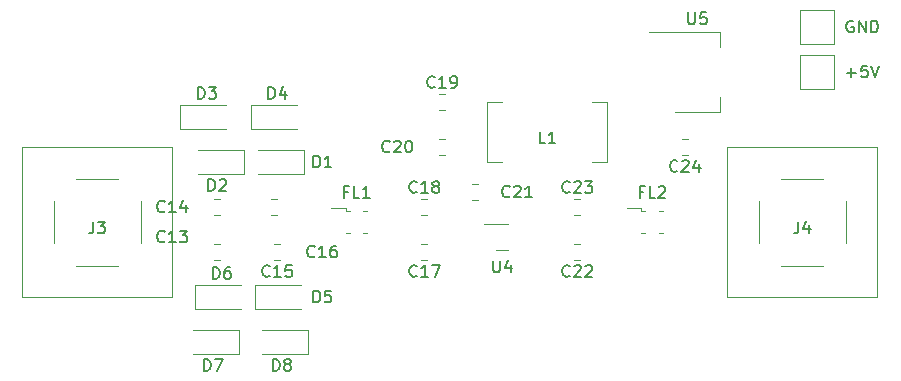
<source format=gbr>
G04 #@! TF.GenerationSoftware,KiCad,Pcbnew,5.1.5-52549c5~84~ubuntu18.04.1*
G04 #@! TF.CreationDate,2020-02-07T09:47:04+09:30*
G04 #@! TF.ProjectId,frontend,66726f6e-7465-46e6-942e-6b696361645f,rev?*
G04 #@! TF.SameCoordinates,Original*
G04 #@! TF.FileFunction,Legend,Top*
G04 #@! TF.FilePolarity,Positive*
%FSLAX46Y46*%
G04 Gerber Fmt 4.6, Leading zero omitted, Abs format (unit mm)*
G04 Created by KiCad (PCBNEW 5.1.5-52549c5~84~ubuntu18.04.1) date 2020-02-07 09:47:04*
%MOMM*%
%LPD*%
G04 APERTURE LIST*
%ADD10C,0.120000*%
%ADD11C,0.150000*%
G04 APERTURE END LIST*
D10*
X226190000Y-126470000D02*
X226190000Y-130070000D01*
X228070000Y-124590000D02*
X231670000Y-124590000D01*
X233550000Y-126470000D02*
X233550000Y-130070000D01*
X228070000Y-131950000D02*
X231670000Y-131950000D01*
X233680000Y-121920000D02*
X236220000Y-121920000D01*
X236220000Y-121920000D02*
X236220000Y-124460000D01*
X223520000Y-124460000D02*
X223520000Y-121920000D01*
X223520000Y-121920000D02*
X226060000Y-121920000D01*
X226060000Y-121920000D02*
X233680000Y-121920000D01*
X236220000Y-124460000D02*
X236220000Y-134620000D01*
X236220000Y-134620000D02*
X223520000Y-134620000D01*
X223520000Y-134620000D02*
X223520000Y-124460000D01*
X182210000Y-139430000D02*
X178310000Y-139430000D01*
X182210000Y-137430000D02*
X178310000Y-137430000D01*
X182210000Y-139430000D02*
X182210000Y-137430000D01*
X180601252Y-126290000D02*
X180078748Y-126290000D01*
X180601252Y-127710000D02*
X180078748Y-127710000D01*
X203200000Y-123190000D02*
X204470000Y-123190000D01*
X203200000Y-118110000D02*
X203200000Y-123190000D01*
X204470000Y-118110000D02*
X203200000Y-118110000D01*
X203200000Y-118110000D02*
X204470000Y-118110000D01*
X213360000Y-118110000D02*
X212090000Y-118110000D01*
X213360000Y-123190000D02*
X212090000Y-123190000D01*
X213360000Y-118110000D02*
X213360000Y-123190000D01*
X229690000Y-113210000D02*
X229690000Y-110310000D01*
X232590000Y-113210000D02*
X229690000Y-113210000D01*
X232590000Y-110310000D02*
X232590000Y-113210000D01*
X229690000Y-110310000D02*
X232590000Y-110310000D01*
X210558748Y-127710000D02*
X211081252Y-127710000D01*
X210558748Y-126290000D02*
X211081252Y-126290000D01*
X191215000Y-127110000D02*
X189985000Y-127110000D01*
X191215000Y-127360000D02*
X191215000Y-127110000D01*
X191215000Y-129180000D02*
X191555000Y-129180000D01*
X191215000Y-127360000D02*
X191555000Y-127360000D01*
X192695000Y-129180000D02*
X193035000Y-129180000D01*
X192695000Y-127360000D02*
X193035000Y-127360000D01*
X202436252Y-125020000D02*
X201913748Y-125020000D01*
X202436252Y-126440000D02*
X201913748Y-126440000D01*
X220216252Y-121210000D02*
X219693748Y-121210000D01*
X220216252Y-122630000D02*
X219693748Y-122630000D01*
X216880000Y-112160000D02*
X222890000Y-112160000D01*
X219130000Y-118980000D02*
X222890000Y-118980000D01*
X222890000Y-112160000D02*
X222890000Y-113420000D01*
X222890000Y-118980000D02*
X222890000Y-117720000D01*
X199651252Y-121210000D02*
X199128748Y-121210000D01*
X199651252Y-122630000D02*
X199128748Y-122630000D01*
X182590000Y-124190000D02*
X178690000Y-124190000D01*
X182590000Y-122190000D02*
X178690000Y-122190000D01*
X182590000Y-124190000D02*
X182590000Y-122190000D01*
X163830000Y-134620000D02*
X163830000Y-124460000D01*
X176530000Y-134620000D02*
X163830000Y-134620000D01*
X176530000Y-124460000D02*
X176530000Y-134620000D01*
X166370000Y-121920000D02*
X173990000Y-121920000D01*
X163830000Y-121920000D02*
X166370000Y-121920000D01*
X163830000Y-124460000D02*
X163830000Y-121920000D01*
X176530000Y-121920000D02*
X176530000Y-124460000D01*
X173990000Y-121920000D02*
X176530000Y-121920000D01*
X168380000Y-131950000D02*
X171980000Y-131950000D01*
X173860000Y-126470000D02*
X173860000Y-130070000D01*
X168380000Y-124590000D02*
X171980000Y-124590000D01*
X166500000Y-126470000D02*
X166500000Y-130070000D01*
X216260000Y-127110000D02*
X215030000Y-127110000D01*
X216260000Y-127360000D02*
X216260000Y-127110000D01*
X216260000Y-129180000D02*
X216600000Y-129180000D01*
X216260000Y-127360000D02*
X216600000Y-127360000D01*
X217740000Y-129180000D02*
X218080000Y-129180000D01*
X217740000Y-127360000D02*
X218080000Y-127360000D01*
X185681252Y-130100000D02*
X185158748Y-130100000D01*
X185681252Y-131520000D02*
X185158748Y-131520000D01*
X180078748Y-131520000D02*
X180601252Y-131520000D01*
X180078748Y-130100000D02*
X180601252Y-130100000D01*
X177200000Y-118380000D02*
X181100000Y-118380000D01*
X177200000Y-120380000D02*
X181100000Y-120380000D01*
X177200000Y-118380000D02*
X177200000Y-120380000D01*
X199128748Y-118820000D02*
X199651252Y-118820000D01*
X199128748Y-117400000D02*
X199651252Y-117400000D01*
X184913748Y-127710000D02*
X185436252Y-127710000D01*
X184913748Y-126290000D02*
X185436252Y-126290000D01*
X211081252Y-130100000D02*
X210558748Y-130100000D01*
X211081252Y-131520000D02*
X210558748Y-131520000D01*
X183550000Y-133620000D02*
X187450000Y-133620000D01*
X183550000Y-135620000D02*
X187450000Y-135620000D01*
X183550000Y-133620000D02*
X183550000Y-135620000D01*
X229690000Y-117020000D02*
X229690000Y-114120000D01*
X232590000Y-117020000D02*
X229690000Y-117020000D01*
X232590000Y-114120000D02*
X232590000Y-117020000D01*
X229690000Y-114120000D02*
X232590000Y-114120000D01*
X178470000Y-133620000D02*
X182370000Y-133620000D01*
X178470000Y-135620000D02*
X182370000Y-135620000D01*
X178470000Y-133620000D02*
X178470000Y-135620000D01*
X197613748Y-127710000D02*
X198136252Y-127710000D01*
X197613748Y-126290000D02*
X198136252Y-126290000D01*
X198136252Y-130100000D02*
X197613748Y-130100000D01*
X198136252Y-131520000D02*
X197613748Y-131520000D01*
X187670000Y-124190000D02*
X183770000Y-124190000D01*
X187670000Y-122190000D02*
X183770000Y-122190000D01*
X187670000Y-124190000D02*
X187670000Y-122190000D01*
X188050000Y-139430000D02*
X184150000Y-139430000D01*
X188050000Y-137430000D02*
X184150000Y-137430000D01*
X188050000Y-139430000D02*
X188050000Y-137430000D01*
X202970000Y-128420000D02*
X204970000Y-128420000D01*
X204970000Y-130660000D02*
X203970000Y-130660000D01*
X183170000Y-118380000D02*
X187070000Y-118380000D01*
X183170000Y-120380000D02*
X187070000Y-120380000D01*
X183170000Y-118380000D02*
X183170000Y-120380000D01*
D11*
X229536666Y-128222380D02*
X229536666Y-128936666D01*
X229489047Y-129079523D01*
X229393809Y-129174761D01*
X229250952Y-129222380D01*
X229155714Y-129222380D01*
X230441428Y-128555714D02*
X230441428Y-129222380D01*
X230203333Y-128174761D02*
X229965238Y-128889047D01*
X230584285Y-128889047D01*
X179221904Y-140882380D02*
X179221904Y-139882380D01*
X179460000Y-139882380D01*
X179602857Y-139930000D01*
X179698095Y-140025238D01*
X179745714Y-140120476D01*
X179793333Y-140310952D01*
X179793333Y-140453809D01*
X179745714Y-140644285D01*
X179698095Y-140739523D01*
X179602857Y-140834761D01*
X179460000Y-140882380D01*
X179221904Y-140882380D01*
X180126666Y-139882380D02*
X180793333Y-139882380D01*
X180364761Y-140882380D01*
X175887142Y-127357142D02*
X175839523Y-127404761D01*
X175696666Y-127452380D01*
X175601428Y-127452380D01*
X175458571Y-127404761D01*
X175363333Y-127309523D01*
X175315714Y-127214285D01*
X175268095Y-127023809D01*
X175268095Y-126880952D01*
X175315714Y-126690476D01*
X175363333Y-126595238D01*
X175458571Y-126500000D01*
X175601428Y-126452380D01*
X175696666Y-126452380D01*
X175839523Y-126500000D01*
X175887142Y-126547619D01*
X176839523Y-127452380D02*
X176268095Y-127452380D01*
X176553809Y-127452380D02*
X176553809Y-126452380D01*
X176458571Y-126595238D01*
X176363333Y-126690476D01*
X176268095Y-126738095D01*
X177696666Y-126785714D02*
X177696666Y-127452380D01*
X177458571Y-126404761D02*
X177220476Y-127119047D01*
X177839523Y-127119047D01*
X208113333Y-121602380D02*
X207637142Y-121602380D01*
X207637142Y-120602380D01*
X208970476Y-121602380D02*
X208399047Y-121602380D01*
X208684761Y-121602380D02*
X208684761Y-120602380D01*
X208589523Y-120745238D01*
X208494285Y-120840476D01*
X208399047Y-120888095D01*
X234188095Y-111260000D02*
X234092857Y-111212380D01*
X233950000Y-111212380D01*
X233807142Y-111260000D01*
X233711904Y-111355238D01*
X233664285Y-111450476D01*
X233616666Y-111640952D01*
X233616666Y-111783809D01*
X233664285Y-111974285D01*
X233711904Y-112069523D01*
X233807142Y-112164761D01*
X233950000Y-112212380D01*
X234045238Y-112212380D01*
X234188095Y-112164761D01*
X234235714Y-112117142D01*
X234235714Y-111783809D01*
X234045238Y-111783809D01*
X234664285Y-112212380D02*
X234664285Y-111212380D01*
X235235714Y-112212380D01*
X235235714Y-111212380D01*
X235711904Y-112212380D02*
X235711904Y-111212380D01*
X235950000Y-111212380D01*
X236092857Y-111260000D01*
X236188095Y-111355238D01*
X236235714Y-111450476D01*
X236283333Y-111640952D01*
X236283333Y-111783809D01*
X236235714Y-111974285D01*
X236188095Y-112069523D01*
X236092857Y-112164761D01*
X235950000Y-112212380D01*
X235711904Y-112212380D01*
X210177142Y-125707142D02*
X210129523Y-125754761D01*
X209986666Y-125802380D01*
X209891428Y-125802380D01*
X209748571Y-125754761D01*
X209653333Y-125659523D01*
X209605714Y-125564285D01*
X209558095Y-125373809D01*
X209558095Y-125230952D01*
X209605714Y-125040476D01*
X209653333Y-124945238D01*
X209748571Y-124850000D01*
X209891428Y-124802380D01*
X209986666Y-124802380D01*
X210129523Y-124850000D01*
X210177142Y-124897619D01*
X210558095Y-124897619D02*
X210605714Y-124850000D01*
X210700952Y-124802380D01*
X210939047Y-124802380D01*
X211034285Y-124850000D01*
X211081904Y-124897619D01*
X211129523Y-124992857D01*
X211129523Y-125088095D01*
X211081904Y-125230952D01*
X210510476Y-125802380D01*
X211129523Y-125802380D01*
X211462857Y-124802380D02*
X212081904Y-124802380D01*
X211748571Y-125183333D01*
X211891428Y-125183333D01*
X211986666Y-125230952D01*
X212034285Y-125278571D01*
X212081904Y-125373809D01*
X212081904Y-125611904D01*
X212034285Y-125707142D01*
X211986666Y-125754761D01*
X211891428Y-125802380D01*
X211605714Y-125802380D01*
X211510476Y-125754761D01*
X211462857Y-125707142D01*
X191386904Y-125698571D02*
X191053571Y-125698571D01*
X191053571Y-126222380D02*
X191053571Y-125222380D01*
X191529761Y-125222380D01*
X192386904Y-126222380D02*
X191910714Y-126222380D01*
X191910714Y-125222380D01*
X193244047Y-126222380D02*
X192672619Y-126222380D01*
X192958333Y-126222380D02*
X192958333Y-125222380D01*
X192863095Y-125365238D01*
X192767857Y-125460476D01*
X192672619Y-125508095D01*
X205097142Y-126087142D02*
X205049523Y-126134761D01*
X204906666Y-126182380D01*
X204811428Y-126182380D01*
X204668571Y-126134761D01*
X204573333Y-126039523D01*
X204525714Y-125944285D01*
X204478095Y-125753809D01*
X204478095Y-125610952D01*
X204525714Y-125420476D01*
X204573333Y-125325238D01*
X204668571Y-125230000D01*
X204811428Y-125182380D01*
X204906666Y-125182380D01*
X205049523Y-125230000D01*
X205097142Y-125277619D01*
X205478095Y-125277619D02*
X205525714Y-125230000D01*
X205620952Y-125182380D01*
X205859047Y-125182380D01*
X205954285Y-125230000D01*
X206001904Y-125277619D01*
X206049523Y-125372857D01*
X206049523Y-125468095D01*
X206001904Y-125610952D01*
X205430476Y-126182380D01*
X206049523Y-126182380D01*
X207001904Y-126182380D02*
X206430476Y-126182380D01*
X206716190Y-126182380D02*
X206716190Y-125182380D01*
X206620952Y-125325238D01*
X206525714Y-125420476D01*
X206430476Y-125468095D01*
X219312142Y-123927142D02*
X219264523Y-123974761D01*
X219121666Y-124022380D01*
X219026428Y-124022380D01*
X218883571Y-123974761D01*
X218788333Y-123879523D01*
X218740714Y-123784285D01*
X218693095Y-123593809D01*
X218693095Y-123450952D01*
X218740714Y-123260476D01*
X218788333Y-123165238D01*
X218883571Y-123070000D01*
X219026428Y-123022380D01*
X219121666Y-123022380D01*
X219264523Y-123070000D01*
X219312142Y-123117619D01*
X219693095Y-123117619D02*
X219740714Y-123070000D01*
X219835952Y-123022380D01*
X220074047Y-123022380D01*
X220169285Y-123070000D01*
X220216904Y-123117619D01*
X220264523Y-123212857D01*
X220264523Y-123308095D01*
X220216904Y-123450952D01*
X219645476Y-124022380D01*
X220264523Y-124022380D01*
X221121666Y-123355714D02*
X221121666Y-124022380D01*
X220883571Y-122974761D02*
X220645476Y-123689047D01*
X221264523Y-123689047D01*
X220218095Y-110522380D02*
X220218095Y-111331904D01*
X220265714Y-111427142D01*
X220313333Y-111474761D01*
X220408571Y-111522380D01*
X220599047Y-111522380D01*
X220694285Y-111474761D01*
X220741904Y-111427142D01*
X220789523Y-111331904D01*
X220789523Y-110522380D01*
X221741904Y-110522380D02*
X221265714Y-110522380D01*
X221218095Y-110998571D01*
X221265714Y-110950952D01*
X221360952Y-110903333D01*
X221599047Y-110903333D01*
X221694285Y-110950952D01*
X221741904Y-110998571D01*
X221789523Y-111093809D01*
X221789523Y-111331904D01*
X221741904Y-111427142D01*
X221694285Y-111474761D01*
X221599047Y-111522380D01*
X221360952Y-111522380D01*
X221265714Y-111474761D01*
X221218095Y-111427142D01*
X194937142Y-122277142D02*
X194889523Y-122324761D01*
X194746666Y-122372380D01*
X194651428Y-122372380D01*
X194508571Y-122324761D01*
X194413333Y-122229523D01*
X194365714Y-122134285D01*
X194318095Y-121943809D01*
X194318095Y-121800952D01*
X194365714Y-121610476D01*
X194413333Y-121515238D01*
X194508571Y-121420000D01*
X194651428Y-121372380D01*
X194746666Y-121372380D01*
X194889523Y-121420000D01*
X194937142Y-121467619D01*
X195318095Y-121467619D02*
X195365714Y-121420000D01*
X195460952Y-121372380D01*
X195699047Y-121372380D01*
X195794285Y-121420000D01*
X195841904Y-121467619D01*
X195889523Y-121562857D01*
X195889523Y-121658095D01*
X195841904Y-121800952D01*
X195270476Y-122372380D01*
X195889523Y-122372380D01*
X196508571Y-121372380D02*
X196603809Y-121372380D01*
X196699047Y-121420000D01*
X196746666Y-121467619D01*
X196794285Y-121562857D01*
X196841904Y-121753333D01*
X196841904Y-121991428D01*
X196794285Y-122181904D01*
X196746666Y-122277142D01*
X196699047Y-122324761D01*
X196603809Y-122372380D01*
X196508571Y-122372380D01*
X196413333Y-122324761D01*
X196365714Y-122277142D01*
X196318095Y-122181904D01*
X196270476Y-121991428D01*
X196270476Y-121753333D01*
X196318095Y-121562857D01*
X196365714Y-121467619D01*
X196413333Y-121420000D01*
X196508571Y-121372380D01*
X179601904Y-125642380D02*
X179601904Y-124642380D01*
X179840000Y-124642380D01*
X179982857Y-124690000D01*
X180078095Y-124785238D01*
X180125714Y-124880476D01*
X180173333Y-125070952D01*
X180173333Y-125213809D01*
X180125714Y-125404285D01*
X180078095Y-125499523D01*
X179982857Y-125594761D01*
X179840000Y-125642380D01*
X179601904Y-125642380D01*
X180554285Y-124737619D02*
X180601904Y-124690000D01*
X180697142Y-124642380D01*
X180935238Y-124642380D01*
X181030476Y-124690000D01*
X181078095Y-124737619D01*
X181125714Y-124832857D01*
X181125714Y-124928095D01*
X181078095Y-125070952D01*
X180506666Y-125642380D01*
X181125714Y-125642380D01*
X169846666Y-128222380D02*
X169846666Y-128936666D01*
X169799047Y-129079523D01*
X169703809Y-129174761D01*
X169560952Y-129222380D01*
X169465714Y-129222380D01*
X170227619Y-128222380D02*
X170846666Y-128222380D01*
X170513333Y-128603333D01*
X170656190Y-128603333D01*
X170751428Y-128650952D01*
X170799047Y-128698571D01*
X170846666Y-128793809D01*
X170846666Y-129031904D01*
X170799047Y-129127142D01*
X170751428Y-129174761D01*
X170656190Y-129222380D01*
X170370476Y-129222380D01*
X170275238Y-129174761D01*
X170227619Y-129127142D01*
X216431904Y-125698571D02*
X216098571Y-125698571D01*
X216098571Y-126222380D02*
X216098571Y-125222380D01*
X216574761Y-125222380D01*
X217431904Y-126222380D02*
X216955714Y-126222380D01*
X216955714Y-125222380D01*
X217717619Y-125317619D02*
X217765238Y-125270000D01*
X217860476Y-125222380D01*
X218098571Y-125222380D01*
X218193809Y-125270000D01*
X218241428Y-125317619D01*
X218289047Y-125412857D01*
X218289047Y-125508095D01*
X218241428Y-125650952D01*
X217670000Y-126222380D01*
X218289047Y-126222380D01*
X184777142Y-132817142D02*
X184729523Y-132864761D01*
X184586666Y-132912380D01*
X184491428Y-132912380D01*
X184348571Y-132864761D01*
X184253333Y-132769523D01*
X184205714Y-132674285D01*
X184158095Y-132483809D01*
X184158095Y-132340952D01*
X184205714Y-132150476D01*
X184253333Y-132055238D01*
X184348571Y-131960000D01*
X184491428Y-131912380D01*
X184586666Y-131912380D01*
X184729523Y-131960000D01*
X184777142Y-132007619D01*
X185729523Y-132912380D02*
X185158095Y-132912380D01*
X185443809Y-132912380D02*
X185443809Y-131912380D01*
X185348571Y-132055238D01*
X185253333Y-132150476D01*
X185158095Y-132198095D01*
X186634285Y-131912380D02*
X186158095Y-131912380D01*
X186110476Y-132388571D01*
X186158095Y-132340952D01*
X186253333Y-132293333D01*
X186491428Y-132293333D01*
X186586666Y-132340952D01*
X186634285Y-132388571D01*
X186681904Y-132483809D01*
X186681904Y-132721904D01*
X186634285Y-132817142D01*
X186586666Y-132864761D01*
X186491428Y-132912380D01*
X186253333Y-132912380D01*
X186158095Y-132864761D01*
X186110476Y-132817142D01*
X175887142Y-129897142D02*
X175839523Y-129944761D01*
X175696666Y-129992380D01*
X175601428Y-129992380D01*
X175458571Y-129944761D01*
X175363333Y-129849523D01*
X175315714Y-129754285D01*
X175268095Y-129563809D01*
X175268095Y-129420952D01*
X175315714Y-129230476D01*
X175363333Y-129135238D01*
X175458571Y-129040000D01*
X175601428Y-128992380D01*
X175696666Y-128992380D01*
X175839523Y-129040000D01*
X175887142Y-129087619D01*
X176839523Y-129992380D02*
X176268095Y-129992380D01*
X176553809Y-129992380D02*
X176553809Y-128992380D01*
X176458571Y-129135238D01*
X176363333Y-129230476D01*
X176268095Y-129278095D01*
X177172857Y-128992380D02*
X177791904Y-128992380D01*
X177458571Y-129373333D01*
X177601428Y-129373333D01*
X177696666Y-129420952D01*
X177744285Y-129468571D01*
X177791904Y-129563809D01*
X177791904Y-129801904D01*
X177744285Y-129897142D01*
X177696666Y-129944761D01*
X177601428Y-129992380D01*
X177315714Y-129992380D01*
X177220476Y-129944761D01*
X177172857Y-129897142D01*
X178711904Y-117832380D02*
X178711904Y-116832380D01*
X178950000Y-116832380D01*
X179092857Y-116880000D01*
X179188095Y-116975238D01*
X179235714Y-117070476D01*
X179283333Y-117260952D01*
X179283333Y-117403809D01*
X179235714Y-117594285D01*
X179188095Y-117689523D01*
X179092857Y-117784761D01*
X178950000Y-117832380D01*
X178711904Y-117832380D01*
X179616666Y-116832380D02*
X180235714Y-116832380D01*
X179902380Y-117213333D01*
X180045238Y-117213333D01*
X180140476Y-117260952D01*
X180188095Y-117308571D01*
X180235714Y-117403809D01*
X180235714Y-117641904D01*
X180188095Y-117737142D01*
X180140476Y-117784761D01*
X180045238Y-117832380D01*
X179759523Y-117832380D01*
X179664285Y-117784761D01*
X179616666Y-117737142D01*
X198747142Y-116817142D02*
X198699523Y-116864761D01*
X198556666Y-116912380D01*
X198461428Y-116912380D01*
X198318571Y-116864761D01*
X198223333Y-116769523D01*
X198175714Y-116674285D01*
X198128095Y-116483809D01*
X198128095Y-116340952D01*
X198175714Y-116150476D01*
X198223333Y-116055238D01*
X198318571Y-115960000D01*
X198461428Y-115912380D01*
X198556666Y-115912380D01*
X198699523Y-115960000D01*
X198747142Y-116007619D01*
X199699523Y-116912380D02*
X199128095Y-116912380D01*
X199413809Y-116912380D02*
X199413809Y-115912380D01*
X199318571Y-116055238D01*
X199223333Y-116150476D01*
X199128095Y-116198095D01*
X200175714Y-116912380D02*
X200366190Y-116912380D01*
X200461428Y-116864761D01*
X200509047Y-116817142D01*
X200604285Y-116674285D01*
X200651904Y-116483809D01*
X200651904Y-116102857D01*
X200604285Y-116007619D01*
X200556666Y-115960000D01*
X200461428Y-115912380D01*
X200270952Y-115912380D01*
X200175714Y-115960000D01*
X200128095Y-116007619D01*
X200080476Y-116102857D01*
X200080476Y-116340952D01*
X200128095Y-116436190D01*
X200175714Y-116483809D01*
X200270952Y-116531428D01*
X200461428Y-116531428D01*
X200556666Y-116483809D01*
X200604285Y-116436190D01*
X200651904Y-116340952D01*
X188587142Y-131167142D02*
X188539523Y-131214761D01*
X188396666Y-131262380D01*
X188301428Y-131262380D01*
X188158571Y-131214761D01*
X188063333Y-131119523D01*
X188015714Y-131024285D01*
X187968095Y-130833809D01*
X187968095Y-130690952D01*
X188015714Y-130500476D01*
X188063333Y-130405238D01*
X188158571Y-130310000D01*
X188301428Y-130262380D01*
X188396666Y-130262380D01*
X188539523Y-130310000D01*
X188587142Y-130357619D01*
X189539523Y-131262380D02*
X188968095Y-131262380D01*
X189253809Y-131262380D02*
X189253809Y-130262380D01*
X189158571Y-130405238D01*
X189063333Y-130500476D01*
X188968095Y-130548095D01*
X190396666Y-130262380D02*
X190206190Y-130262380D01*
X190110952Y-130310000D01*
X190063333Y-130357619D01*
X189968095Y-130500476D01*
X189920476Y-130690952D01*
X189920476Y-131071904D01*
X189968095Y-131167142D01*
X190015714Y-131214761D01*
X190110952Y-131262380D01*
X190301428Y-131262380D01*
X190396666Y-131214761D01*
X190444285Y-131167142D01*
X190491904Y-131071904D01*
X190491904Y-130833809D01*
X190444285Y-130738571D01*
X190396666Y-130690952D01*
X190301428Y-130643333D01*
X190110952Y-130643333D01*
X190015714Y-130690952D01*
X189968095Y-130738571D01*
X189920476Y-130833809D01*
X210177142Y-132817142D02*
X210129523Y-132864761D01*
X209986666Y-132912380D01*
X209891428Y-132912380D01*
X209748571Y-132864761D01*
X209653333Y-132769523D01*
X209605714Y-132674285D01*
X209558095Y-132483809D01*
X209558095Y-132340952D01*
X209605714Y-132150476D01*
X209653333Y-132055238D01*
X209748571Y-131960000D01*
X209891428Y-131912380D01*
X209986666Y-131912380D01*
X210129523Y-131960000D01*
X210177142Y-132007619D01*
X210558095Y-132007619D02*
X210605714Y-131960000D01*
X210700952Y-131912380D01*
X210939047Y-131912380D01*
X211034285Y-131960000D01*
X211081904Y-132007619D01*
X211129523Y-132102857D01*
X211129523Y-132198095D01*
X211081904Y-132340952D01*
X210510476Y-132912380D01*
X211129523Y-132912380D01*
X211510476Y-132007619D02*
X211558095Y-131960000D01*
X211653333Y-131912380D01*
X211891428Y-131912380D01*
X211986666Y-131960000D01*
X212034285Y-132007619D01*
X212081904Y-132102857D01*
X212081904Y-132198095D01*
X212034285Y-132340952D01*
X211462857Y-132912380D01*
X212081904Y-132912380D01*
X188491904Y-135072380D02*
X188491904Y-134072380D01*
X188730000Y-134072380D01*
X188872857Y-134120000D01*
X188968095Y-134215238D01*
X189015714Y-134310476D01*
X189063333Y-134500952D01*
X189063333Y-134643809D01*
X189015714Y-134834285D01*
X188968095Y-134929523D01*
X188872857Y-135024761D01*
X188730000Y-135072380D01*
X188491904Y-135072380D01*
X189968095Y-134072380D02*
X189491904Y-134072380D01*
X189444285Y-134548571D01*
X189491904Y-134500952D01*
X189587142Y-134453333D01*
X189825238Y-134453333D01*
X189920476Y-134500952D01*
X189968095Y-134548571D01*
X190015714Y-134643809D01*
X190015714Y-134881904D01*
X189968095Y-134977142D01*
X189920476Y-135024761D01*
X189825238Y-135072380D01*
X189587142Y-135072380D01*
X189491904Y-135024761D01*
X189444285Y-134977142D01*
X233664285Y-115641428D02*
X234426190Y-115641428D01*
X234045238Y-116022380D02*
X234045238Y-115260476D01*
X235378571Y-115022380D02*
X234902380Y-115022380D01*
X234854761Y-115498571D01*
X234902380Y-115450952D01*
X234997619Y-115403333D01*
X235235714Y-115403333D01*
X235330952Y-115450952D01*
X235378571Y-115498571D01*
X235426190Y-115593809D01*
X235426190Y-115831904D01*
X235378571Y-115927142D01*
X235330952Y-115974761D01*
X235235714Y-116022380D01*
X234997619Y-116022380D01*
X234902380Y-115974761D01*
X234854761Y-115927142D01*
X235711904Y-115022380D02*
X236045238Y-116022380D01*
X236378571Y-115022380D01*
X179981904Y-133072380D02*
X179981904Y-132072380D01*
X180220000Y-132072380D01*
X180362857Y-132120000D01*
X180458095Y-132215238D01*
X180505714Y-132310476D01*
X180553333Y-132500952D01*
X180553333Y-132643809D01*
X180505714Y-132834285D01*
X180458095Y-132929523D01*
X180362857Y-133024761D01*
X180220000Y-133072380D01*
X179981904Y-133072380D01*
X181410476Y-132072380D02*
X181220000Y-132072380D01*
X181124761Y-132120000D01*
X181077142Y-132167619D01*
X180981904Y-132310476D01*
X180934285Y-132500952D01*
X180934285Y-132881904D01*
X180981904Y-132977142D01*
X181029523Y-133024761D01*
X181124761Y-133072380D01*
X181315238Y-133072380D01*
X181410476Y-133024761D01*
X181458095Y-132977142D01*
X181505714Y-132881904D01*
X181505714Y-132643809D01*
X181458095Y-132548571D01*
X181410476Y-132500952D01*
X181315238Y-132453333D01*
X181124761Y-132453333D01*
X181029523Y-132500952D01*
X180981904Y-132548571D01*
X180934285Y-132643809D01*
X197232142Y-125707142D02*
X197184523Y-125754761D01*
X197041666Y-125802380D01*
X196946428Y-125802380D01*
X196803571Y-125754761D01*
X196708333Y-125659523D01*
X196660714Y-125564285D01*
X196613095Y-125373809D01*
X196613095Y-125230952D01*
X196660714Y-125040476D01*
X196708333Y-124945238D01*
X196803571Y-124850000D01*
X196946428Y-124802380D01*
X197041666Y-124802380D01*
X197184523Y-124850000D01*
X197232142Y-124897619D01*
X198184523Y-125802380D02*
X197613095Y-125802380D01*
X197898809Y-125802380D02*
X197898809Y-124802380D01*
X197803571Y-124945238D01*
X197708333Y-125040476D01*
X197613095Y-125088095D01*
X198755952Y-125230952D02*
X198660714Y-125183333D01*
X198613095Y-125135714D01*
X198565476Y-125040476D01*
X198565476Y-124992857D01*
X198613095Y-124897619D01*
X198660714Y-124850000D01*
X198755952Y-124802380D01*
X198946428Y-124802380D01*
X199041666Y-124850000D01*
X199089285Y-124897619D01*
X199136904Y-124992857D01*
X199136904Y-125040476D01*
X199089285Y-125135714D01*
X199041666Y-125183333D01*
X198946428Y-125230952D01*
X198755952Y-125230952D01*
X198660714Y-125278571D01*
X198613095Y-125326190D01*
X198565476Y-125421428D01*
X198565476Y-125611904D01*
X198613095Y-125707142D01*
X198660714Y-125754761D01*
X198755952Y-125802380D01*
X198946428Y-125802380D01*
X199041666Y-125754761D01*
X199089285Y-125707142D01*
X199136904Y-125611904D01*
X199136904Y-125421428D01*
X199089285Y-125326190D01*
X199041666Y-125278571D01*
X198946428Y-125230952D01*
X197232142Y-132817142D02*
X197184523Y-132864761D01*
X197041666Y-132912380D01*
X196946428Y-132912380D01*
X196803571Y-132864761D01*
X196708333Y-132769523D01*
X196660714Y-132674285D01*
X196613095Y-132483809D01*
X196613095Y-132340952D01*
X196660714Y-132150476D01*
X196708333Y-132055238D01*
X196803571Y-131960000D01*
X196946428Y-131912380D01*
X197041666Y-131912380D01*
X197184523Y-131960000D01*
X197232142Y-132007619D01*
X198184523Y-132912380D02*
X197613095Y-132912380D01*
X197898809Y-132912380D02*
X197898809Y-131912380D01*
X197803571Y-132055238D01*
X197708333Y-132150476D01*
X197613095Y-132198095D01*
X198517857Y-131912380D02*
X199184523Y-131912380D01*
X198755952Y-132912380D01*
X188491904Y-123642380D02*
X188491904Y-122642380D01*
X188730000Y-122642380D01*
X188872857Y-122690000D01*
X188968095Y-122785238D01*
X189015714Y-122880476D01*
X189063333Y-123070952D01*
X189063333Y-123213809D01*
X189015714Y-123404285D01*
X188968095Y-123499523D01*
X188872857Y-123594761D01*
X188730000Y-123642380D01*
X188491904Y-123642380D01*
X190015714Y-123642380D02*
X189444285Y-123642380D01*
X189730000Y-123642380D02*
X189730000Y-122642380D01*
X189634761Y-122785238D01*
X189539523Y-122880476D01*
X189444285Y-122928095D01*
X185061904Y-140882380D02*
X185061904Y-139882380D01*
X185300000Y-139882380D01*
X185442857Y-139930000D01*
X185538095Y-140025238D01*
X185585714Y-140120476D01*
X185633333Y-140310952D01*
X185633333Y-140453809D01*
X185585714Y-140644285D01*
X185538095Y-140739523D01*
X185442857Y-140834761D01*
X185300000Y-140882380D01*
X185061904Y-140882380D01*
X186204761Y-140310952D02*
X186109523Y-140263333D01*
X186061904Y-140215714D01*
X186014285Y-140120476D01*
X186014285Y-140072857D01*
X186061904Y-139977619D01*
X186109523Y-139930000D01*
X186204761Y-139882380D01*
X186395238Y-139882380D01*
X186490476Y-139930000D01*
X186538095Y-139977619D01*
X186585714Y-140072857D01*
X186585714Y-140120476D01*
X186538095Y-140215714D01*
X186490476Y-140263333D01*
X186395238Y-140310952D01*
X186204761Y-140310952D01*
X186109523Y-140358571D01*
X186061904Y-140406190D01*
X186014285Y-140501428D01*
X186014285Y-140691904D01*
X186061904Y-140787142D01*
X186109523Y-140834761D01*
X186204761Y-140882380D01*
X186395238Y-140882380D01*
X186490476Y-140834761D01*
X186538095Y-140787142D01*
X186585714Y-140691904D01*
X186585714Y-140501428D01*
X186538095Y-140406190D01*
X186490476Y-140358571D01*
X186395238Y-140310952D01*
X203708095Y-131532380D02*
X203708095Y-132341904D01*
X203755714Y-132437142D01*
X203803333Y-132484761D01*
X203898571Y-132532380D01*
X204089047Y-132532380D01*
X204184285Y-132484761D01*
X204231904Y-132437142D01*
X204279523Y-132341904D01*
X204279523Y-131532380D01*
X205184285Y-131865714D02*
X205184285Y-132532380D01*
X204946190Y-131484761D02*
X204708095Y-132199047D01*
X205327142Y-132199047D01*
X184681904Y-117832380D02*
X184681904Y-116832380D01*
X184920000Y-116832380D01*
X185062857Y-116880000D01*
X185158095Y-116975238D01*
X185205714Y-117070476D01*
X185253333Y-117260952D01*
X185253333Y-117403809D01*
X185205714Y-117594285D01*
X185158095Y-117689523D01*
X185062857Y-117784761D01*
X184920000Y-117832380D01*
X184681904Y-117832380D01*
X186110476Y-117165714D02*
X186110476Y-117832380D01*
X185872380Y-116784761D02*
X185634285Y-117499047D01*
X186253333Y-117499047D01*
M02*

</source>
